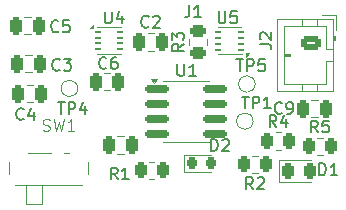
<source format=gbr>
%TF.GenerationSoftware,KiCad,Pcbnew,8.0.0*%
%TF.CreationDate,2024-04-21T04:34:17+02:00*%
%TF.ProjectId,MicroMouse Power,4d696372-6f4d-46f7-9573-6520506f7765,rev?*%
%TF.SameCoordinates,Original*%
%TF.FileFunction,Legend,Top*%
%TF.FilePolarity,Positive*%
%FSLAX46Y46*%
G04 Gerber Fmt 4.6, Leading zero omitted, Abs format (unit mm)*
G04 Created by KiCad (PCBNEW 8.0.0) date 2024-04-21 04:34:17*
%MOMM*%
%LPD*%
G01*
G04 APERTURE LIST*
G04 Aperture macros list*
%AMRoundRect*
0 Rectangle with rounded corners*
0 $1 Rounding radius*
0 $2 $3 $4 $5 $6 $7 $8 $9 X,Y pos of 4 corners*
0 Add a 4 corners polygon primitive as box body*
4,1,4,$2,$3,$4,$5,$6,$7,$8,$9,$2,$3,0*
0 Add four circle primitives for the rounded corners*
1,1,$1+$1,$2,$3*
1,1,$1+$1,$4,$5*
1,1,$1+$1,$6,$7*
1,1,$1+$1,$8,$9*
0 Add four rect primitives between the rounded corners*
20,1,$1+$1,$2,$3,$4,$5,0*
20,1,$1+$1,$4,$5,$6,$7,0*
20,1,$1+$1,$6,$7,$8,$9,0*
20,1,$1+$1,$8,$9,$2,$3,0*%
G04 Aperture macros list end*
%ADD10C,0.150000*%
%ADD11C,0.100000*%
%ADD12C,0.120000*%
%ADD13C,1.000000*%
%ADD14RoundRect,0.250000X-0.250000X-0.475000X0.250000X-0.475000X0.250000X0.475000X-0.250000X0.475000X0*%
%ADD15RoundRect,0.250000X-0.262500X-0.450000X0.262500X-0.450000X0.262500X0.450000X-0.262500X0.450000X0*%
%ADD16RoundRect,0.062500X0.187500X0.062500X-0.187500X0.062500X-0.187500X-0.062500X0.187500X-0.062500X0*%
%ADD17R,0.900000X1.600000*%
%ADD18RoundRect,0.243750X-0.243750X-0.456250X0.243750X-0.456250X0.243750X0.456250X-0.243750X0.456250X0*%
%ADD19RoundRect,0.250000X-0.625000X0.350000X-0.625000X-0.350000X0.625000X-0.350000X0.625000X0.350000X0*%
%ADD20O,1.750000X1.200000*%
%ADD21RoundRect,0.250000X0.450000X-0.262500X0.450000X0.262500X-0.450000X0.262500X-0.450000X-0.262500X0*%
%ADD22RoundRect,0.250000X0.262500X0.450000X-0.262500X0.450000X-0.262500X-0.450000X0.262500X-0.450000X0*%
%ADD23RoundRect,0.062500X-0.187500X-0.062500X0.187500X-0.062500X0.187500X0.062500X-0.187500X0.062500X0*%
%ADD24RoundRect,0.250000X0.250000X0.475000X-0.250000X0.475000X-0.250000X-0.475000X0.250000X-0.475000X0*%
%ADD25R,0.900000X1.400000*%
%ADD26R,0.750000X0.850000*%
%ADD27RoundRect,0.150000X-0.825000X-0.150000X0.825000X-0.150000X0.825000X0.150000X-0.825000X0.150000X0*%
%ADD28R,2.290000X3.000000*%
%ADD29RoundRect,0.218750X-0.218750X-0.256250X0.218750X-0.256250X0.218750X0.256250X-0.218750X0.256250X0*%
%ADD30R,1.700000X1.700000*%
%ADD31O,1.700000X1.700000*%
G04 APERTURE END LIST*
D10*
X195018095Y-56324819D02*
X195589523Y-56324819D01*
X195303809Y-57324819D02*
X195303809Y-56324819D01*
X195922857Y-57324819D02*
X195922857Y-56324819D01*
X195922857Y-56324819D02*
X196303809Y-56324819D01*
X196303809Y-56324819D02*
X196399047Y-56372438D01*
X196399047Y-56372438D02*
X196446666Y-56420057D01*
X196446666Y-56420057D02*
X196494285Y-56515295D01*
X196494285Y-56515295D02*
X196494285Y-56658152D01*
X196494285Y-56658152D02*
X196446666Y-56753390D01*
X196446666Y-56753390D02*
X196399047Y-56801009D01*
X196399047Y-56801009D02*
X196303809Y-56848628D01*
X196303809Y-56848628D02*
X195922857Y-56848628D01*
X197399047Y-56324819D02*
X196922857Y-56324819D01*
X196922857Y-56324819D02*
X196875238Y-56801009D01*
X196875238Y-56801009D02*
X196922857Y-56753390D01*
X196922857Y-56753390D02*
X197018095Y-56705771D01*
X197018095Y-56705771D02*
X197256190Y-56705771D01*
X197256190Y-56705771D02*
X197351428Y-56753390D01*
X197351428Y-56753390D02*
X197399047Y-56801009D01*
X197399047Y-56801009D02*
X197446666Y-56896247D01*
X197446666Y-56896247D02*
X197446666Y-57134342D01*
X197446666Y-57134342D02*
X197399047Y-57229580D01*
X197399047Y-57229580D02*
X197351428Y-57277200D01*
X197351428Y-57277200D02*
X197256190Y-57324819D01*
X197256190Y-57324819D02*
X197018095Y-57324819D01*
X197018095Y-57324819D02*
X196922857Y-57277200D01*
X196922857Y-57277200D02*
X196875238Y-57229580D01*
X179943333Y-53929580D02*
X179895714Y-53977200D01*
X179895714Y-53977200D02*
X179752857Y-54024819D01*
X179752857Y-54024819D02*
X179657619Y-54024819D01*
X179657619Y-54024819D02*
X179514762Y-53977200D01*
X179514762Y-53977200D02*
X179419524Y-53881961D01*
X179419524Y-53881961D02*
X179371905Y-53786723D01*
X179371905Y-53786723D02*
X179324286Y-53596247D01*
X179324286Y-53596247D02*
X179324286Y-53453390D01*
X179324286Y-53453390D02*
X179371905Y-53262914D01*
X179371905Y-53262914D02*
X179419524Y-53167676D01*
X179419524Y-53167676D02*
X179514762Y-53072438D01*
X179514762Y-53072438D02*
X179657619Y-53024819D01*
X179657619Y-53024819D02*
X179752857Y-53024819D01*
X179752857Y-53024819D02*
X179895714Y-53072438D01*
X179895714Y-53072438D02*
X179943333Y-53120057D01*
X180848095Y-53024819D02*
X180371905Y-53024819D01*
X180371905Y-53024819D02*
X180324286Y-53501009D01*
X180324286Y-53501009D02*
X180371905Y-53453390D01*
X180371905Y-53453390D02*
X180467143Y-53405771D01*
X180467143Y-53405771D02*
X180705238Y-53405771D01*
X180705238Y-53405771D02*
X180800476Y-53453390D01*
X180800476Y-53453390D02*
X180848095Y-53501009D01*
X180848095Y-53501009D02*
X180895714Y-53596247D01*
X180895714Y-53596247D02*
X180895714Y-53834342D01*
X180895714Y-53834342D02*
X180848095Y-53929580D01*
X180848095Y-53929580D02*
X180800476Y-53977200D01*
X180800476Y-53977200D02*
X180705238Y-54024819D01*
X180705238Y-54024819D02*
X180467143Y-54024819D01*
X180467143Y-54024819D02*
X180371905Y-53977200D01*
X180371905Y-53977200D02*
X180324286Y-53929580D01*
X179898095Y-59964819D02*
X180469523Y-59964819D01*
X180183809Y-60964819D02*
X180183809Y-59964819D01*
X180802857Y-60964819D02*
X180802857Y-59964819D01*
X180802857Y-59964819D02*
X181183809Y-59964819D01*
X181183809Y-59964819D02*
X181279047Y-60012438D01*
X181279047Y-60012438D02*
X181326666Y-60060057D01*
X181326666Y-60060057D02*
X181374285Y-60155295D01*
X181374285Y-60155295D02*
X181374285Y-60298152D01*
X181374285Y-60298152D02*
X181326666Y-60393390D01*
X181326666Y-60393390D02*
X181279047Y-60441009D01*
X181279047Y-60441009D02*
X181183809Y-60488628D01*
X181183809Y-60488628D02*
X180802857Y-60488628D01*
X182231428Y-60298152D02*
X182231428Y-60964819D01*
X181993333Y-59917200D02*
X181755238Y-60631485D01*
X181755238Y-60631485D02*
X182374285Y-60631485D01*
X176993333Y-61359580D02*
X176945714Y-61407200D01*
X176945714Y-61407200D02*
X176802857Y-61454819D01*
X176802857Y-61454819D02*
X176707619Y-61454819D01*
X176707619Y-61454819D02*
X176564762Y-61407200D01*
X176564762Y-61407200D02*
X176469524Y-61311961D01*
X176469524Y-61311961D02*
X176421905Y-61216723D01*
X176421905Y-61216723D02*
X176374286Y-61026247D01*
X176374286Y-61026247D02*
X176374286Y-60883390D01*
X176374286Y-60883390D02*
X176421905Y-60692914D01*
X176421905Y-60692914D02*
X176469524Y-60597676D01*
X176469524Y-60597676D02*
X176564762Y-60502438D01*
X176564762Y-60502438D02*
X176707619Y-60454819D01*
X176707619Y-60454819D02*
X176802857Y-60454819D01*
X176802857Y-60454819D02*
X176945714Y-60502438D01*
X176945714Y-60502438D02*
X176993333Y-60550057D01*
X177850476Y-60788152D02*
X177850476Y-61454819D01*
X177612381Y-60407200D02*
X177374286Y-61121485D01*
X177374286Y-61121485D02*
X177993333Y-61121485D01*
X198390833Y-62044819D02*
X198057500Y-61568628D01*
X197819405Y-62044819D02*
X197819405Y-61044819D01*
X197819405Y-61044819D02*
X198200357Y-61044819D01*
X198200357Y-61044819D02*
X198295595Y-61092438D01*
X198295595Y-61092438D02*
X198343214Y-61140057D01*
X198343214Y-61140057D02*
X198390833Y-61235295D01*
X198390833Y-61235295D02*
X198390833Y-61378152D01*
X198390833Y-61378152D02*
X198343214Y-61473390D01*
X198343214Y-61473390D02*
X198295595Y-61521009D01*
X198295595Y-61521009D02*
X198200357Y-61568628D01*
X198200357Y-61568628D02*
X197819405Y-61568628D01*
X199247976Y-61378152D02*
X199247976Y-62044819D01*
X199009881Y-60997200D02*
X198771786Y-61711485D01*
X198771786Y-61711485D02*
X199390833Y-61711485D01*
X193508095Y-52254819D02*
X193508095Y-53064342D01*
X193508095Y-53064342D02*
X193555714Y-53159580D01*
X193555714Y-53159580D02*
X193603333Y-53207200D01*
X193603333Y-53207200D02*
X193698571Y-53254819D01*
X193698571Y-53254819D02*
X193889047Y-53254819D01*
X193889047Y-53254819D02*
X193984285Y-53207200D01*
X193984285Y-53207200D02*
X194031904Y-53159580D01*
X194031904Y-53159580D02*
X194079523Y-53064342D01*
X194079523Y-53064342D02*
X194079523Y-52254819D01*
X195031904Y-52254819D02*
X194555714Y-52254819D01*
X194555714Y-52254819D02*
X194508095Y-52731009D01*
X194508095Y-52731009D02*
X194555714Y-52683390D01*
X194555714Y-52683390D02*
X194650952Y-52635771D01*
X194650952Y-52635771D02*
X194889047Y-52635771D01*
X194889047Y-52635771D02*
X194984285Y-52683390D01*
X194984285Y-52683390D02*
X195031904Y-52731009D01*
X195031904Y-52731009D02*
X195079523Y-52826247D01*
X195079523Y-52826247D02*
X195079523Y-53064342D01*
X195079523Y-53064342D02*
X195031904Y-53159580D01*
X195031904Y-53159580D02*
X194984285Y-53207200D01*
X194984285Y-53207200D02*
X194889047Y-53254819D01*
X194889047Y-53254819D02*
X194650952Y-53254819D01*
X194650952Y-53254819D02*
X194555714Y-53207200D01*
X194555714Y-53207200D02*
X194508095Y-53159580D01*
X202031905Y-66124819D02*
X202031905Y-65124819D01*
X202031905Y-65124819D02*
X202270000Y-65124819D01*
X202270000Y-65124819D02*
X202412857Y-65172438D01*
X202412857Y-65172438D02*
X202508095Y-65267676D01*
X202508095Y-65267676D02*
X202555714Y-65362914D01*
X202555714Y-65362914D02*
X202603333Y-65553390D01*
X202603333Y-65553390D02*
X202603333Y-65696247D01*
X202603333Y-65696247D02*
X202555714Y-65886723D01*
X202555714Y-65886723D02*
X202508095Y-65981961D01*
X202508095Y-65981961D02*
X202412857Y-66077200D01*
X202412857Y-66077200D02*
X202270000Y-66124819D01*
X202270000Y-66124819D02*
X202031905Y-66124819D01*
X203555714Y-66124819D02*
X202984286Y-66124819D01*
X203270000Y-66124819D02*
X203270000Y-65124819D01*
X203270000Y-65124819D02*
X203174762Y-65267676D01*
X203174762Y-65267676D02*
X203079524Y-65362914D01*
X203079524Y-65362914D02*
X202984286Y-65410533D01*
X196974819Y-55043333D02*
X197689104Y-55043333D01*
X197689104Y-55043333D02*
X197831961Y-55090952D01*
X197831961Y-55090952D02*
X197927200Y-55186190D01*
X197927200Y-55186190D02*
X197974819Y-55329047D01*
X197974819Y-55329047D02*
X197974819Y-55424285D01*
X197070057Y-54614761D02*
X197022438Y-54567142D01*
X197022438Y-54567142D02*
X196974819Y-54471904D01*
X196974819Y-54471904D02*
X196974819Y-54233809D01*
X196974819Y-54233809D02*
X197022438Y-54138571D01*
X197022438Y-54138571D02*
X197070057Y-54090952D01*
X197070057Y-54090952D02*
X197165295Y-54043333D01*
X197165295Y-54043333D02*
X197260533Y-54043333D01*
X197260533Y-54043333D02*
X197403390Y-54090952D01*
X197403390Y-54090952D02*
X197974819Y-54662380D01*
X197974819Y-54662380D02*
X197974819Y-54043333D01*
X190574819Y-55014166D02*
X190098628Y-55347499D01*
X190574819Y-55585594D02*
X189574819Y-55585594D01*
X189574819Y-55585594D02*
X189574819Y-55204642D01*
X189574819Y-55204642D02*
X189622438Y-55109404D01*
X189622438Y-55109404D02*
X189670057Y-55061785D01*
X189670057Y-55061785D02*
X189765295Y-55014166D01*
X189765295Y-55014166D02*
X189908152Y-55014166D01*
X189908152Y-55014166D02*
X190003390Y-55061785D01*
X190003390Y-55061785D02*
X190051009Y-55109404D01*
X190051009Y-55109404D02*
X190098628Y-55204642D01*
X190098628Y-55204642D02*
X190098628Y-55585594D01*
X189574819Y-54680832D02*
X189574819Y-54061785D01*
X189574819Y-54061785D02*
X189955771Y-54395118D01*
X189955771Y-54395118D02*
X189955771Y-54252261D01*
X189955771Y-54252261D02*
X190003390Y-54157023D01*
X190003390Y-54157023D02*
X190051009Y-54109404D01*
X190051009Y-54109404D02*
X190146247Y-54061785D01*
X190146247Y-54061785D02*
X190384342Y-54061785D01*
X190384342Y-54061785D02*
X190479580Y-54109404D01*
X190479580Y-54109404D02*
X190527200Y-54157023D01*
X190527200Y-54157023D02*
X190574819Y-54252261D01*
X190574819Y-54252261D02*
X190574819Y-54537975D01*
X190574819Y-54537975D02*
X190527200Y-54633213D01*
X190527200Y-54633213D02*
X190479580Y-54680832D01*
X187583333Y-53539580D02*
X187535714Y-53587200D01*
X187535714Y-53587200D02*
X187392857Y-53634819D01*
X187392857Y-53634819D02*
X187297619Y-53634819D01*
X187297619Y-53634819D02*
X187154762Y-53587200D01*
X187154762Y-53587200D02*
X187059524Y-53491961D01*
X187059524Y-53491961D02*
X187011905Y-53396723D01*
X187011905Y-53396723D02*
X186964286Y-53206247D01*
X186964286Y-53206247D02*
X186964286Y-53063390D01*
X186964286Y-53063390D02*
X187011905Y-52872914D01*
X187011905Y-52872914D02*
X187059524Y-52777676D01*
X187059524Y-52777676D02*
X187154762Y-52682438D01*
X187154762Y-52682438D02*
X187297619Y-52634819D01*
X187297619Y-52634819D02*
X187392857Y-52634819D01*
X187392857Y-52634819D02*
X187535714Y-52682438D01*
X187535714Y-52682438D02*
X187583333Y-52730057D01*
X187964286Y-52730057D02*
X188011905Y-52682438D01*
X188011905Y-52682438D02*
X188107143Y-52634819D01*
X188107143Y-52634819D02*
X188345238Y-52634819D01*
X188345238Y-52634819D02*
X188440476Y-52682438D01*
X188440476Y-52682438D02*
X188488095Y-52730057D01*
X188488095Y-52730057D02*
X188535714Y-52825295D01*
X188535714Y-52825295D02*
X188535714Y-52920533D01*
X188535714Y-52920533D02*
X188488095Y-53063390D01*
X188488095Y-53063390D02*
X187916667Y-53634819D01*
X187916667Y-53634819D02*
X188535714Y-53634819D01*
X180043333Y-57189580D02*
X179995714Y-57237200D01*
X179995714Y-57237200D02*
X179852857Y-57284819D01*
X179852857Y-57284819D02*
X179757619Y-57284819D01*
X179757619Y-57284819D02*
X179614762Y-57237200D01*
X179614762Y-57237200D02*
X179519524Y-57141961D01*
X179519524Y-57141961D02*
X179471905Y-57046723D01*
X179471905Y-57046723D02*
X179424286Y-56856247D01*
X179424286Y-56856247D02*
X179424286Y-56713390D01*
X179424286Y-56713390D02*
X179471905Y-56522914D01*
X179471905Y-56522914D02*
X179519524Y-56427676D01*
X179519524Y-56427676D02*
X179614762Y-56332438D01*
X179614762Y-56332438D02*
X179757619Y-56284819D01*
X179757619Y-56284819D02*
X179852857Y-56284819D01*
X179852857Y-56284819D02*
X179995714Y-56332438D01*
X179995714Y-56332438D02*
X180043333Y-56380057D01*
X180376667Y-56284819D02*
X180995714Y-56284819D01*
X180995714Y-56284819D02*
X180662381Y-56665771D01*
X180662381Y-56665771D02*
X180805238Y-56665771D01*
X180805238Y-56665771D02*
X180900476Y-56713390D01*
X180900476Y-56713390D02*
X180948095Y-56761009D01*
X180948095Y-56761009D02*
X180995714Y-56856247D01*
X180995714Y-56856247D02*
X180995714Y-57094342D01*
X180995714Y-57094342D02*
X180948095Y-57189580D01*
X180948095Y-57189580D02*
X180900476Y-57237200D01*
X180900476Y-57237200D02*
X180805238Y-57284819D01*
X180805238Y-57284819D02*
X180519524Y-57284819D01*
X180519524Y-57284819D02*
X180424286Y-57237200D01*
X180424286Y-57237200D02*
X180376667Y-57189580D01*
X198863333Y-60849580D02*
X198815714Y-60897200D01*
X198815714Y-60897200D02*
X198672857Y-60944819D01*
X198672857Y-60944819D02*
X198577619Y-60944819D01*
X198577619Y-60944819D02*
X198434762Y-60897200D01*
X198434762Y-60897200D02*
X198339524Y-60801961D01*
X198339524Y-60801961D02*
X198291905Y-60706723D01*
X198291905Y-60706723D02*
X198244286Y-60516247D01*
X198244286Y-60516247D02*
X198244286Y-60373390D01*
X198244286Y-60373390D02*
X198291905Y-60182914D01*
X198291905Y-60182914D02*
X198339524Y-60087676D01*
X198339524Y-60087676D02*
X198434762Y-59992438D01*
X198434762Y-59992438D02*
X198577619Y-59944819D01*
X198577619Y-59944819D02*
X198672857Y-59944819D01*
X198672857Y-59944819D02*
X198815714Y-59992438D01*
X198815714Y-59992438D02*
X198863333Y-60040057D01*
X199339524Y-60944819D02*
X199530000Y-60944819D01*
X199530000Y-60944819D02*
X199625238Y-60897200D01*
X199625238Y-60897200D02*
X199672857Y-60849580D01*
X199672857Y-60849580D02*
X199768095Y-60706723D01*
X199768095Y-60706723D02*
X199815714Y-60516247D01*
X199815714Y-60516247D02*
X199815714Y-60135295D01*
X199815714Y-60135295D02*
X199768095Y-60040057D01*
X199768095Y-60040057D02*
X199720476Y-59992438D01*
X199720476Y-59992438D02*
X199625238Y-59944819D01*
X199625238Y-59944819D02*
X199434762Y-59944819D01*
X199434762Y-59944819D02*
X199339524Y-59992438D01*
X199339524Y-59992438D02*
X199291905Y-60040057D01*
X199291905Y-60040057D02*
X199244286Y-60135295D01*
X199244286Y-60135295D02*
X199244286Y-60373390D01*
X199244286Y-60373390D02*
X199291905Y-60468628D01*
X199291905Y-60468628D02*
X199339524Y-60516247D01*
X199339524Y-60516247D02*
X199434762Y-60563866D01*
X199434762Y-60563866D02*
X199625238Y-60563866D01*
X199625238Y-60563866D02*
X199720476Y-60516247D01*
X199720476Y-60516247D02*
X199768095Y-60468628D01*
X199768095Y-60468628D02*
X199815714Y-60373390D01*
X195478095Y-59474819D02*
X196049523Y-59474819D01*
X195763809Y-60474819D02*
X195763809Y-59474819D01*
X196382857Y-60474819D02*
X196382857Y-59474819D01*
X196382857Y-59474819D02*
X196763809Y-59474819D01*
X196763809Y-59474819D02*
X196859047Y-59522438D01*
X196859047Y-59522438D02*
X196906666Y-59570057D01*
X196906666Y-59570057D02*
X196954285Y-59665295D01*
X196954285Y-59665295D02*
X196954285Y-59808152D01*
X196954285Y-59808152D02*
X196906666Y-59903390D01*
X196906666Y-59903390D02*
X196859047Y-59951009D01*
X196859047Y-59951009D02*
X196763809Y-59998628D01*
X196763809Y-59998628D02*
X196382857Y-59998628D01*
X197906666Y-60474819D02*
X197335238Y-60474819D01*
X197620952Y-60474819D02*
X197620952Y-59474819D01*
X197620952Y-59474819D02*
X197525714Y-59617676D01*
X197525714Y-59617676D02*
X197430476Y-59712914D01*
X197430476Y-59712914D02*
X197335238Y-59760533D01*
X184953333Y-66484819D02*
X184620000Y-66008628D01*
X184381905Y-66484819D02*
X184381905Y-65484819D01*
X184381905Y-65484819D02*
X184762857Y-65484819D01*
X184762857Y-65484819D02*
X184858095Y-65532438D01*
X184858095Y-65532438D02*
X184905714Y-65580057D01*
X184905714Y-65580057D02*
X184953333Y-65675295D01*
X184953333Y-65675295D02*
X184953333Y-65818152D01*
X184953333Y-65818152D02*
X184905714Y-65913390D01*
X184905714Y-65913390D02*
X184858095Y-65961009D01*
X184858095Y-65961009D02*
X184762857Y-66008628D01*
X184762857Y-66008628D02*
X184381905Y-66008628D01*
X185905714Y-66484819D02*
X185334286Y-66484819D01*
X185620000Y-66484819D02*
X185620000Y-65484819D01*
X185620000Y-65484819D02*
X185524762Y-65627676D01*
X185524762Y-65627676D02*
X185429524Y-65722914D01*
X185429524Y-65722914D02*
X185334286Y-65770533D01*
X183868095Y-52284819D02*
X183868095Y-53094342D01*
X183868095Y-53094342D02*
X183915714Y-53189580D01*
X183915714Y-53189580D02*
X183963333Y-53237200D01*
X183963333Y-53237200D02*
X184058571Y-53284819D01*
X184058571Y-53284819D02*
X184249047Y-53284819D01*
X184249047Y-53284819D02*
X184344285Y-53237200D01*
X184344285Y-53237200D02*
X184391904Y-53189580D01*
X184391904Y-53189580D02*
X184439523Y-53094342D01*
X184439523Y-53094342D02*
X184439523Y-52284819D01*
X185344285Y-52618152D02*
X185344285Y-53284819D01*
X185106190Y-52237200D02*
X184868095Y-52951485D01*
X184868095Y-52951485D02*
X185487142Y-52951485D01*
X196420833Y-67314819D02*
X196087500Y-66838628D01*
X195849405Y-67314819D02*
X195849405Y-66314819D01*
X195849405Y-66314819D02*
X196230357Y-66314819D01*
X196230357Y-66314819D02*
X196325595Y-66362438D01*
X196325595Y-66362438D02*
X196373214Y-66410057D01*
X196373214Y-66410057D02*
X196420833Y-66505295D01*
X196420833Y-66505295D02*
X196420833Y-66648152D01*
X196420833Y-66648152D02*
X196373214Y-66743390D01*
X196373214Y-66743390D02*
X196325595Y-66791009D01*
X196325595Y-66791009D02*
X196230357Y-66838628D01*
X196230357Y-66838628D02*
X195849405Y-66838628D01*
X196801786Y-66410057D02*
X196849405Y-66362438D01*
X196849405Y-66362438D02*
X196944643Y-66314819D01*
X196944643Y-66314819D02*
X197182738Y-66314819D01*
X197182738Y-66314819D02*
X197277976Y-66362438D01*
X197277976Y-66362438D02*
X197325595Y-66410057D01*
X197325595Y-66410057D02*
X197373214Y-66505295D01*
X197373214Y-66505295D02*
X197373214Y-66600533D01*
X197373214Y-66600533D02*
X197325595Y-66743390D01*
X197325595Y-66743390D02*
X196754167Y-67314819D01*
X196754167Y-67314819D02*
X197373214Y-67314819D01*
X201910833Y-62504819D02*
X201577500Y-62028628D01*
X201339405Y-62504819D02*
X201339405Y-61504819D01*
X201339405Y-61504819D02*
X201720357Y-61504819D01*
X201720357Y-61504819D02*
X201815595Y-61552438D01*
X201815595Y-61552438D02*
X201863214Y-61600057D01*
X201863214Y-61600057D02*
X201910833Y-61695295D01*
X201910833Y-61695295D02*
X201910833Y-61838152D01*
X201910833Y-61838152D02*
X201863214Y-61933390D01*
X201863214Y-61933390D02*
X201815595Y-61981009D01*
X201815595Y-61981009D02*
X201720357Y-62028628D01*
X201720357Y-62028628D02*
X201339405Y-62028628D01*
X202815595Y-61504819D02*
X202339405Y-61504819D01*
X202339405Y-61504819D02*
X202291786Y-61981009D01*
X202291786Y-61981009D02*
X202339405Y-61933390D01*
X202339405Y-61933390D02*
X202434643Y-61885771D01*
X202434643Y-61885771D02*
X202672738Y-61885771D01*
X202672738Y-61885771D02*
X202767976Y-61933390D01*
X202767976Y-61933390D02*
X202815595Y-61981009D01*
X202815595Y-61981009D02*
X202863214Y-62076247D01*
X202863214Y-62076247D02*
X202863214Y-62314342D01*
X202863214Y-62314342D02*
X202815595Y-62409580D01*
X202815595Y-62409580D02*
X202767976Y-62457200D01*
X202767976Y-62457200D02*
X202672738Y-62504819D01*
X202672738Y-62504819D02*
X202434643Y-62504819D01*
X202434643Y-62504819D02*
X202339405Y-62457200D01*
X202339405Y-62457200D02*
X202291786Y-62409580D01*
D11*
X178631667Y-62335500D02*
X178774524Y-62383119D01*
X178774524Y-62383119D02*
X179012619Y-62383119D01*
X179012619Y-62383119D02*
X179107857Y-62335500D01*
X179107857Y-62335500D02*
X179155476Y-62287880D01*
X179155476Y-62287880D02*
X179203095Y-62192642D01*
X179203095Y-62192642D02*
X179203095Y-62097404D01*
X179203095Y-62097404D02*
X179155476Y-62002166D01*
X179155476Y-62002166D02*
X179107857Y-61954547D01*
X179107857Y-61954547D02*
X179012619Y-61906928D01*
X179012619Y-61906928D02*
X178822143Y-61859309D01*
X178822143Y-61859309D02*
X178726905Y-61811690D01*
X178726905Y-61811690D02*
X178679286Y-61764071D01*
X178679286Y-61764071D02*
X178631667Y-61668833D01*
X178631667Y-61668833D02*
X178631667Y-61573595D01*
X178631667Y-61573595D02*
X178679286Y-61478357D01*
X178679286Y-61478357D02*
X178726905Y-61430738D01*
X178726905Y-61430738D02*
X178822143Y-61383119D01*
X178822143Y-61383119D02*
X179060238Y-61383119D01*
X179060238Y-61383119D02*
X179203095Y-61430738D01*
X179536429Y-61383119D02*
X179774524Y-62383119D01*
X179774524Y-62383119D02*
X179965000Y-61668833D01*
X179965000Y-61668833D02*
X180155476Y-62383119D01*
X180155476Y-62383119D02*
X180393572Y-61383119D01*
X181298333Y-62383119D02*
X180726905Y-62383119D01*
X181012619Y-62383119D02*
X181012619Y-61383119D01*
X181012619Y-61383119D02*
X180917381Y-61525976D01*
X180917381Y-61525976D02*
X180822143Y-61621214D01*
X180822143Y-61621214D02*
X180726905Y-61668833D01*
D10*
X184003333Y-57044580D02*
X183955714Y-57092200D01*
X183955714Y-57092200D02*
X183812857Y-57139819D01*
X183812857Y-57139819D02*
X183717619Y-57139819D01*
X183717619Y-57139819D02*
X183574762Y-57092200D01*
X183574762Y-57092200D02*
X183479524Y-56996961D01*
X183479524Y-56996961D02*
X183431905Y-56901723D01*
X183431905Y-56901723D02*
X183384286Y-56711247D01*
X183384286Y-56711247D02*
X183384286Y-56568390D01*
X183384286Y-56568390D02*
X183431905Y-56377914D01*
X183431905Y-56377914D02*
X183479524Y-56282676D01*
X183479524Y-56282676D02*
X183574762Y-56187438D01*
X183574762Y-56187438D02*
X183717619Y-56139819D01*
X183717619Y-56139819D02*
X183812857Y-56139819D01*
X183812857Y-56139819D02*
X183955714Y-56187438D01*
X183955714Y-56187438D02*
X184003333Y-56235057D01*
X184860476Y-56139819D02*
X184670000Y-56139819D01*
X184670000Y-56139819D02*
X184574762Y-56187438D01*
X184574762Y-56187438D02*
X184527143Y-56235057D01*
X184527143Y-56235057D02*
X184431905Y-56377914D01*
X184431905Y-56377914D02*
X184384286Y-56568390D01*
X184384286Y-56568390D02*
X184384286Y-56949342D01*
X184384286Y-56949342D02*
X184431905Y-57044580D01*
X184431905Y-57044580D02*
X184479524Y-57092200D01*
X184479524Y-57092200D02*
X184574762Y-57139819D01*
X184574762Y-57139819D02*
X184765238Y-57139819D01*
X184765238Y-57139819D02*
X184860476Y-57092200D01*
X184860476Y-57092200D02*
X184908095Y-57044580D01*
X184908095Y-57044580D02*
X184955714Y-56949342D01*
X184955714Y-56949342D02*
X184955714Y-56711247D01*
X184955714Y-56711247D02*
X184908095Y-56616009D01*
X184908095Y-56616009D02*
X184860476Y-56568390D01*
X184860476Y-56568390D02*
X184765238Y-56520771D01*
X184765238Y-56520771D02*
X184574762Y-56520771D01*
X184574762Y-56520771D02*
X184479524Y-56568390D01*
X184479524Y-56568390D02*
X184431905Y-56616009D01*
X184431905Y-56616009D02*
X184384286Y-56711247D01*
X190023095Y-56714819D02*
X190023095Y-57524342D01*
X190023095Y-57524342D02*
X190070714Y-57619580D01*
X190070714Y-57619580D02*
X190118333Y-57667200D01*
X190118333Y-57667200D02*
X190213571Y-57714819D01*
X190213571Y-57714819D02*
X190404047Y-57714819D01*
X190404047Y-57714819D02*
X190499285Y-57667200D01*
X190499285Y-57667200D02*
X190546904Y-57619580D01*
X190546904Y-57619580D02*
X190594523Y-57524342D01*
X190594523Y-57524342D02*
X190594523Y-56714819D01*
X191594523Y-57714819D02*
X191023095Y-57714819D01*
X191308809Y-57714819D02*
X191308809Y-56714819D01*
X191308809Y-56714819D02*
X191213571Y-56857676D01*
X191213571Y-56857676D02*
X191118333Y-56952914D01*
X191118333Y-56952914D02*
X191023095Y-57000533D01*
X192871905Y-64084819D02*
X192871905Y-63084819D01*
X192871905Y-63084819D02*
X193110000Y-63084819D01*
X193110000Y-63084819D02*
X193252857Y-63132438D01*
X193252857Y-63132438D02*
X193348095Y-63227676D01*
X193348095Y-63227676D02*
X193395714Y-63322914D01*
X193395714Y-63322914D02*
X193443333Y-63513390D01*
X193443333Y-63513390D02*
X193443333Y-63656247D01*
X193443333Y-63656247D02*
X193395714Y-63846723D01*
X193395714Y-63846723D02*
X193348095Y-63941961D01*
X193348095Y-63941961D02*
X193252857Y-64037200D01*
X193252857Y-64037200D02*
X193110000Y-64084819D01*
X193110000Y-64084819D02*
X192871905Y-64084819D01*
X193824286Y-63180057D02*
X193871905Y-63132438D01*
X193871905Y-63132438D02*
X193967143Y-63084819D01*
X193967143Y-63084819D02*
X194205238Y-63084819D01*
X194205238Y-63084819D02*
X194300476Y-63132438D01*
X194300476Y-63132438D02*
X194348095Y-63180057D01*
X194348095Y-63180057D02*
X194395714Y-63275295D01*
X194395714Y-63275295D02*
X194395714Y-63370533D01*
X194395714Y-63370533D02*
X194348095Y-63513390D01*
X194348095Y-63513390D02*
X193776667Y-64084819D01*
X193776667Y-64084819D02*
X194395714Y-64084819D01*
X191006666Y-51764819D02*
X191006666Y-52479104D01*
X191006666Y-52479104D02*
X190959047Y-52621961D01*
X190959047Y-52621961D02*
X190863809Y-52717200D01*
X190863809Y-52717200D02*
X190720952Y-52764819D01*
X190720952Y-52764819D02*
X190625714Y-52764819D01*
X192006666Y-52764819D02*
X191435238Y-52764819D01*
X191720952Y-52764819D02*
X191720952Y-51764819D01*
X191720952Y-51764819D02*
X191625714Y-51907676D01*
X191625714Y-51907676D02*
X191530476Y-52002914D01*
X191530476Y-52002914D02*
X191435238Y-52050533D01*
D12*
%TO.C,TP5*%
X196600000Y-58410000D02*
G75*
G02*
X195200000Y-58410000I-700000J0D01*
G01*
X195200000Y-58410000D02*
G75*
G02*
X196600000Y-58410000I700000J0D01*
G01*
%TO.C,C5*%
X177058748Y-52735000D02*
X177581252Y-52735000D01*
X177058748Y-54205000D02*
X177581252Y-54205000D01*
%TO.C,TP4*%
X181580000Y-58790000D02*
G75*
G02*
X180180000Y-58790000I-700000J0D01*
G01*
X180180000Y-58790000D02*
G75*
G02*
X181580000Y-58790000I700000J0D01*
G01*
%TO.C,C4*%
X177248748Y-58505000D02*
X177771252Y-58505000D01*
X177248748Y-59975000D02*
X177771252Y-59975000D01*
%TO.C,R4*%
X198330436Y-62505000D02*
X198784564Y-62505000D01*
X198330436Y-63975000D02*
X198784564Y-63975000D01*
%TO.C,U5*%
X195440000Y-53610000D02*
X193440000Y-53610000D01*
X195450000Y-55890000D02*
X193450000Y-55890000D01*
X195810000Y-56100000D02*
X195810000Y-55820000D01*
X196090000Y-55820000D01*
X195810000Y-56100000D01*
G36*
X195810000Y-56100000D02*
G01*
X195810000Y-55820000D01*
X196090000Y-55820000D01*
X195810000Y-56100000D01*
G37*
%TO.C,D1*%
X198642500Y-64830000D02*
X198642500Y-66750000D01*
X198642500Y-66750000D02*
X201327500Y-66750000D01*
X201327500Y-64830000D02*
X198642500Y-64830000D01*
%TO.C,J2*%
X198450000Y-52910000D02*
X198450000Y-59030000D01*
X198450000Y-59030000D02*
X203170000Y-59030000D01*
X199060000Y-53520000D02*
X199060000Y-58420000D01*
X199060000Y-55870000D02*
X199560000Y-55870000D01*
X199060000Y-55970000D02*
X199560000Y-55970000D01*
X199060000Y-58420000D02*
X202560000Y-58420000D01*
X199560000Y-55870000D02*
X199560000Y-56070000D01*
X199560000Y-56070000D02*
X199060000Y-56070000D01*
X200560000Y-52910000D02*
X200560000Y-53520000D01*
X200560000Y-59030000D02*
X200560000Y-58420000D01*
X201860000Y-52910000D02*
X201860000Y-53520000D01*
X201860000Y-59030000D02*
X201860000Y-58420000D01*
X202560000Y-53520000D02*
X199060000Y-53520000D01*
X202560000Y-55470000D02*
X202560000Y-53520000D01*
X202560000Y-56470000D02*
X203170000Y-56470000D01*
X202560000Y-58420000D02*
X202560000Y-56470000D01*
X203170000Y-52910000D02*
X198450000Y-52910000D01*
X203170000Y-54670000D02*
X203370000Y-54670000D01*
X203170000Y-55470000D02*
X202560000Y-55470000D01*
X203170000Y-59030000D02*
X203170000Y-52910000D01*
X203270000Y-54670000D02*
X203270000Y-54370000D01*
X203370000Y-54370000D02*
X203170000Y-54370000D01*
X203370000Y-54670000D02*
X203370000Y-54370000D01*
X203470000Y-52610000D02*
X202220000Y-52610000D01*
X203470000Y-53860000D02*
X203470000Y-52610000D01*
%TO.C,R3*%
X191035000Y-55074564D02*
X191035000Y-54620436D01*
X192505000Y-55074564D02*
X192505000Y-54620436D01*
%TO.C,C2*%
X187488748Y-54125000D02*
X188011252Y-54125000D01*
X187488748Y-55595000D02*
X188011252Y-55595000D01*
%TO.C,C3*%
X177148748Y-55945000D02*
X177671252Y-55945000D01*
X177148748Y-57415000D02*
X177671252Y-57415000D01*
%TO.C,C9*%
X201368748Y-59775000D02*
X201891252Y-59775000D01*
X201368748Y-61245000D02*
X201891252Y-61245000D01*
%TO.C,TP1*%
X196430000Y-61560000D02*
G75*
G02*
X195030000Y-61560000I-700000J0D01*
G01*
X195030000Y-61560000D02*
G75*
G02*
X196430000Y-61560000I700000J0D01*
G01*
%TO.C,R1*%
X188074564Y-64995000D02*
X187620436Y-64995000D01*
X188074564Y-66465000D02*
X187620436Y-66465000D01*
%TO.C,U4*%
X183240000Y-53590000D02*
X185240000Y-53590000D01*
X183250000Y-55870000D02*
X185250000Y-55870000D01*
X182880000Y-53660000D02*
X182600000Y-53660000D01*
X182880000Y-53380000D01*
X182880000Y-53660000D01*
G36*
X182880000Y-53660000D02*
G01*
X182600000Y-53660000D01*
X182880000Y-53380000D01*
X182880000Y-53660000D01*
G37*
%TO.C,R2*%
X196814564Y-64475000D02*
X196360436Y-64475000D01*
X196814564Y-65945000D02*
X196360436Y-65945000D01*
%TO.C,C1*%
X185461252Y-62835000D02*
X184938748Y-62835000D01*
X185461252Y-64305000D02*
X184938748Y-64305000D01*
%TO.C,R5*%
X201850436Y-62965000D02*
X202304564Y-62965000D01*
X201850436Y-64435000D02*
X202304564Y-64435000D01*
D11*
%TO.C,SW1*%
X175747000Y-66053700D02*
X175747000Y-65037700D01*
X177240000Y-68606200D02*
X177240000Y-67006200D01*
X177240000Y-68606200D02*
X178540000Y-68606200D01*
X177398000Y-64275700D02*
X179303000Y-64275700D01*
X178540000Y-68606200D02*
X178540000Y-66942700D01*
X180446000Y-64275700D02*
X180827000Y-64275700D01*
X181970000Y-66942700D02*
X176255000Y-66942700D01*
X182478000Y-65037700D02*
X182478000Y-66053700D01*
D12*
%TO.C,C6*%
X183808748Y-57475000D02*
X184331252Y-57475000D01*
X183808748Y-58945000D02*
X184331252Y-58945000D01*
%TO.C,U1*%
X190740000Y-58200000D02*
X188790000Y-58200000D01*
X190740000Y-58200000D02*
X192690000Y-58200000D01*
X190740000Y-63320000D02*
X188790000Y-63320000D01*
X190740000Y-63320000D02*
X192690000Y-63320000D01*
X188040000Y-58295000D02*
X187800000Y-57965000D01*
X188280000Y-57965000D01*
X188040000Y-58295000D01*
G36*
X188040000Y-58295000D02*
G01*
X187800000Y-57965000D01*
X188280000Y-57965000D01*
X188040000Y-58295000D01*
G37*
%TO.C,D2*%
X190595000Y-64385000D02*
X190595000Y-65855000D01*
X190595000Y-65855000D02*
X192880000Y-65855000D01*
X192880000Y-64385000D02*
X190595000Y-64385000D01*
%TD*%
%LPC*%
D13*
%TO.C,TP5*%
X195900000Y-58410000D03*
%TD*%
D14*
%TO.C,C5*%
X176370000Y-53470000D03*
X178270000Y-53470000D03*
%TD*%
D13*
%TO.C,TP4*%
X180880000Y-58790000D03*
%TD*%
D14*
%TO.C,C4*%
X176560000Y-59240000D03*
X178460000Y-59240000D03*
%TD*%
D15*
%TO.C,R4*%
X197645000Y-63240000D03*
X199470000Y-63240000D03*
%TD*%
D16*
%TO.C,U5*%
X195390000Y-55500000D03*
X195390000Y-55000000D03*
X195390000Y-54500000D03*
X195390000Y-54000000D03*
X193490000Y-54000000D03*
X193490000Y-54500000D03*
X193490000Y-55000000D03*
X193490000Y-55500000D03*
D17*
X194440000Y-54750000D03*
%TD*%
D18*
%TO.C,D1*%
X199390000Y-65790000D03*
X201265000Y-65790000D03*
%TD*%
D19*
%TO.C,J2*%
X201360000Y-54970000D03*
D20*
X201360000Y-56970000D03*
%TD*%
D21*
%TO.C,R3*%
X191770000Y-55760000D03*
X191770000Y-53935000D03*
%TD*%
D14*
%TO.C,C2*%
X186800000Y-54860000D03*
X188700000Y-54860000D03*
%TD*%
%TO.C,C3*%
X176460000Y-56680000D03*
X178360000Y-56680000D03*
%TD*%
%TO.C,C9*%
X200680000Y-60510000D03*
X202580000Y-60510000D03*
%TD*%
D13*
%TO.C,TP1*%
X195730000Y-61560000D03*
%TD*%
D22*
%TO.C,R1*%
X188760000Y-65730000D03*
X186935000Y-65730000D03*
%TD*%
D23*
%TO.C,U4*%
X183300000Y-53980000D03*
X183300000Y-54480000D03*
X183300000Y-54980000D03*
X183300000Y-55480000D03*
X185200000Y-55480000D03*
X185200000Y-54980000D03*
X185200000Y-54480000D03*
X185200000Y-53980000D03*
D17*
X184250000Y-54730000D03*
%TD*%
D22*
%TO.C,R2*%
X197500000Y-65210000D03*
X195675000Y-65210000D03*
%TD*%
D24*
%TO.C,C1*%
X186150000Y-63570000D03*
X184250000Y-63570000D03*
%TD*%
D15*
%TO.C,R5*%
X201165000Y-63700000D03*
X202990000Y-63700000D03*
%TD*%
D25*
%TO.C,SW1*%
X176890000Y-63513700D03*
X179890000Y-63513700D03*
X181390000Y-63513700D03*
D26*
X175765000Y-64480700D03*
X175765000Y-66630700D03*
X182515000Y-64480700D03*
X182515000Y-66605700D03*
%TD*%
D14*
%TO.C,C6*%
X183120000Y-58210000D03*
X185020000Y-58210000D03*
%TD*%
D27*
%TO.C,U1*%
X188265000Y-58855000D03*
X188265000Y-60125000D03*
X188265000Y-61395000D03*
X188265000Y-62665000D03*
X193215000Y-62665000D03*
X193215000Y-61395000D03*
X193215000Y-60125000D03*
X193215000Y-58855000D03*
D28*
X190740000Y-60760000D03*
%TD*%
D29*
%TO.C,D2*%
X191292500Y-65120000D03*
X192867500Y-65120000D03*
%TD*%
D30*
%TO.C,J1*%
X198330000Y-49900000D03*
D31*
X198330000Y-47360000D03*
X195790000Y-49900000D03*
X195790000Y-47360000D03*
X193250000Y-49900000D03*
X193250000Y-47360000D03*
X190710000Y-49900000D03*
X190710000Y-47360000D03*
X188170000Y-49900000D03*
X188170000Y-47360000D03*
X185630000Y-49900000D03*
X185630000Y-47360000D03*
X183090000Y-49900000D03*
X183090000Y-47360000D03*
X180550000Y-49900000D03*
X180550000Y-47360000D03*
%TD*%
%LPD*%
M02*

</source>
